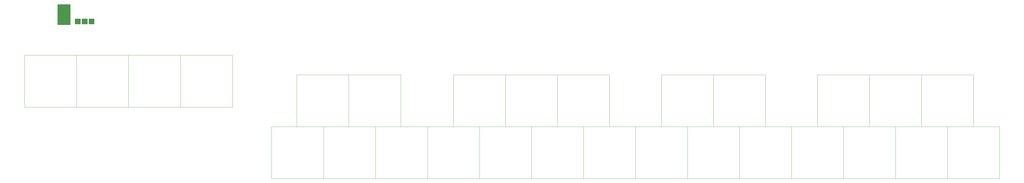
<source format=gbr>
G04 #@! TF.GenerationSoftware,KiCad,Pcbnew,8.0.3*
G04 #@! TF.CreationDate,2024-06-27T13:33:53-07:00*
G04 #@! TF.ProjectId,new midi keyboard,6e657720-6d69-4646-9920-6b6579626f61,rev?*
G04 #@! TF.SameCoordinates,Original*
G04 #@! TF.FileFunction,OtherDrawing,Comment*
%FSLAX46Y46*%
G04 Gerber Fmt 4.6, Leading zero omitted, Abs format (unit mm)*
G04 Created by KiCad (PCBNEW 8.0.3) date 2024-06-27 13:33:53*
%MOMM*%
%LPD*%
G01*
G04 APERTURE LIST*
%ADD10C,0.100000*%
G04 APERTURE END LIST*
D10*
G04 #@! TO.C,SW20*
X340998000Y-106367500D02*
X340998000Y-125417500D01*
X340998000Y-125417500D02*
X360048000Y-125417500D01*
X360048000Y-106367500D02*
X340998000Y-106367500D01*
X360048000Y-125417500D02*
X360048000Y-106367500D01*
G04 #@! TO.C,SW13*
X264798000Y-106367500D02*
X264798000Y-125417500D01*
X264798000Y-125417500D02*
X283848000Y-125417500D01*
X283848000Y-106367500D02*
X264798000Y-106367500D01*
X283848000Y-125417500D02*
X283848000Y-106367500D01*
G04 #@! TO.C,U1*
X57749250Y-68951250D02*
X53049250Y-68951250D01*
X53049250Y-61551250D01*
X57749250Y-61551250D01*
X57749250Y-68951250D01*
G36*
X57749250Y-68951250D02*
G01*
X53049250Y-68951250D01*
X53049250Y-61551250D01*
X57749250Y-61551250D01*
X57749250Y-68951250D01*
G37*
X61449250Y-68751250D02*
X59449250Y-68751250D01*
X59449250Y-66751250D01*
X61449250Y-66751250D01*
X61449250Y-68751250D01*
G36*
X61449250Y-68751250D02*
G01*
X59449250Y-68751250D01*
X59449250Y-66751250D01*
X61449250Y-66751250D01*
X61449250Y-68751250D01*
G37*
X63949250Y-68751250D02*
X61949250Y-68751250D01*
X61949250Y-66751250D01*
X63949250Y-66751250D01*
X63949250Y-68751250D01*
G36*
X63949250Y-68751250D02*
G01*
X61949250Y-68751250D01*
X61949250Y-66751250D01*
X63949250Y-66751250D01*
X63949250Y-68751250D01*
G37*
X66449250Y-68751250D02*
X64449250Y-68751250D01*
X64449250Y-66751250D01*
X66449250Y-66751250D01*
X66449250Y-68751250D01*
G36*
X66449250Y-68751250D02*
G01*
X64449250Y-68751250D01*
X64449250Y-66751250D01*
X66449250Y-66751250D01*
X66449250Y-68751250D01*
G37*
G04 #@! TO.C,SW15*
X283848000Y-106367500D02*
X283848000Y-125417500D01*
X283848000Y-125417500D02*
X302898000Y-125417500D01*
X302898000Y-106367500D02*
X283848000Y-106367500D01*
X302898000Y-125417500D02*
X302898000Y-106367500D01*
G04 #@! TO.C,SW24*
X379098000Y-106367500D02*
X379098000Y-125417500D01*
X379098000Y-125417500D02*
X398148000Y-125417500D01*
X398148000Y-106367500D02*
X379098000Y-106367500D01*
X398148000Y-125417500D02*
X398148000Y-106367500D01*
G04 #@! TO.C,SW1*
X131448000Y-106367500D02*
X131448000Y-125417500D01*
X131448000Y-125417500D02*
X150498000Y-125417500D01*
X150498000Y-106367500D02*
X131448000Y-106367500D01*
X150498000Y-125417500D02*
X150498000Y-106367500D01*
G04 #@! TO.C,SW11*
X217173000Y-87317500D02*
X217173000Y-106367500D01*
X217173000Y-106367500D02*
X236223000Y-106367500D01*
X236223000Y-87317500D02*
X217173000Y-87317500D01*
X236223000Y-106367500D02*
X236223000Y-87317500D01*
G04 #@! TO.C,SW3*
X169548000Y-106367500D02*
X169548000Y-125417500D01*
X169548000Y-125417500D02*
X188598000Y-125417500D01*
X188598000Y-106367500D02*
X169548000Y-106367500D01*
X188598000Y-125417500D02*
X188598000Y-106367500D01*
G04 #@! TO.C,SW18*
X321948000Y-106367500D02*
X321948000Y-125417500D01*
X321948000Y-125417500D02*
X340998000Y-125417500D01*
X340998000Y-106367500D02*
X321948000Y-106367500D01*
X340998000Y-125417500D02*
X340998000Y-106367500D01*
G04 #@! TO.C,SW12*
X236223000Y-87317500D02*
X236223000Y-106367500D01*
X236223000Y-106367500D02*
X255273000Y-106367500D01*
X255273000Y-87317500D02*
X236223000Y-87317500D01*
X255273000Y-106367500D02*
X255273000Y-87317500D01*
G04 #@! TO.C,SW4*
X188598000Y-106367500D02*
X188598000Y-125417500D01*
X188598000Y-125417500D02*
X207648000Y-125417500D01*
X207648000Y-106367500D02*
X188598000Y-106367500D01*
X207648000Y-125417500D02*
X207648000Y-106367500D01*
G04 #@! TO.C,SW19*
X331473000Y-87317500D02*
X331473000Y-106367500D01*
X331473000Y-106367500D02*
X350523000Y-106367500D01*
X350523000Y-87317500D02*
X331473000Y-87317500D01*
X350523000Y-106367500D02*
X350523000Y-87317500D01*
G04 #@! TO.C,SW25*
X40960500Y-80173750D02*
X40960500Y-99223750D01*
X40960500Y-99223750D02*
X60010500Y-99223750D01*
X60010500Y-80173750D02*
X40960500Y-80173750D01*
X60010500Y-99223750D02*
X60010500Y-80173750D01*
G04 #@! TO.C,SW21*
X350523000Y-87317500D02*
X350523000Y-106367500D01*
X350523000Y-106367500D02*
X369573000Y-106367500D01*
X369573000Y-87317500D02*
X350523000Y-87317500D01*
X369573000Y-106367500D02*
X369573000Y-87317500D01*
G04 #@! TO.C,SW7*
X245748000Y-106367500D02*
X245748000Y-125417500D01*
X245748000Y-125417500D02*
X264798000Y-125417500D01*
X264798000Y-106367500D02*
X245748000Y-106367500D01*
X264798000Y-125417500D02*
X264798000Y-106367500D01*
G04 #@! TO.C,SW14*
X274323000Y-87317500D02*
X274323000Y-106367500D01*
X274323000Y-106367500D02*
X293373000Y-106367500D01*
X293373000Y-87317500D02*
X274323000Y-87317500D01*
X293373000Y-106367500D02*
X293373000Y-87317500D01*
G04 #@! TO.C,SW16*
X293373000Y-87317500D02*
X293373000Y-106367500D01*
X293373000Y-106367500D02*
X312423000Y-106367500D01*
X312423000Y-87317500D02*
X293373000Y-87317500D01*
X312423000Y-106367500D02*
X312423000Y-87317500D01*
G04 #@! TO.C,SW5*
X207648000Y-106367500D02*
X207648000Y-125417500D01*
X207648000Y-125417500D02*
X226698000Y-125417500D01*
X226698000Y-106367500D02*
X207648000Y-106367500D01*
X226698000Y-125417500D02*
X226698000Y-106367500D01*
G04 #@! TO.C,SW26*
X60010500Y-80173750D02*
X60010500Y-99223750D01*
X60010500Y-99223750D02*
X79060500Y-99223750D01*
X79060500Y-80173750D02*
X60010500Y-80173750D01*
X79060500Y-99223750D02*
X79060500Y-80173750D01*
G04 #@! TO.C,SW10*
X198123000Y-87317500D02*
X198123000Y-106367500D01*
X198123000Y-106367500D02*
X217173000Y-106367500D01*
X217173000Y-87317500D02*
X198123000Y-87317500D01*
X217173000Y-106367500D02*
X217173000Y-87317500D01*
G04 #@! TO.C,SW22*
X360048000Y-106367500D02*
X360048000Y-125417500D01*
X360048000Y-125417500D02*
X379098000Y-125417500D01*
X379098000Y-106367500D02*
X360048000Y-106367500D01*
X379098000Y-125417500D02*
X379098000Y-106367500D01*
G04 #@! TO.C,SW9*
X159705500Y-87317500D02*
X159705500Y-106367500D01*
X159705500Y-106367500D02*
X178755500Y-106367500D01*
X178755500Y-87317500D02*
X159705500Y-87317500D01*
X178755500Y-106367500D02*
X178755500Y-87317500D01*
G04 #@! TO.C,SW2*
X150498000Y-106367500D02*
X150498000Y-125417500D01*
X150498000Y-125417500D02*
X169548000Y-125417500D01*
X169548000Y-106367500D02*
X150498000Y-106367500D01*
X169548000Y-125417500D02*
X169548000Y-106367500D01*
G04 #@! TO.C,SW28*
X98110500Y-80173750D02*
X98110500Y-99223750D01*
X98110500Y-99223750D02*
X117160500Y-99223750D01*
X117160500Y-80173750D02*
X98110500Y-80173750D01*
X117160500Y-99223750D02*
X117160500Y-80173750D01*
G04 #@! TO.C,SW27*
X79060500Y-80173750D02*
X79060500Y-99223750D01*
X79060500Y-99223750D02*
X98110500Y-99223750D01*
X98110500Y-80173750D02*
X79060500Y-80173750D01*
X98110500Y-99223750D02*
X98110500Y-80173750D01*
G04 #@! TO.C,SW8*
X140655500Y-87317500D02*
X140655500Y-106367500D01*
X140655500Y-106367500D02*
X159705500Y-106367500D01*
X159705500Y-87317500D02*
X140655500Y-87317500D01*
X159705500Y-106367500D02*
X159705500Y-87317500D01*
G04 #@! TO.C,SW23*
X369573000Y-87317500D02*
X369573000Y-106367500D01*
X369573000Y-106367500D02*
X388623000Y-106367500D01*
X388623000Y-87317500D02*
X369573000Y-87317500D01*
X388623000Y-106367500D02*
X388623000Y-87317500D01*
G04 #@! TO.C,SW17*
X302898000Y-106367500D02*
X302898000Y-125417500D01*
X302898000Y-125417500D02*
X321948000Y-125417500D01*
X321948000Y-106367500D02*
X302898000Y-106367500D01*
X321948000Y-125417500D02*
X321948000Y-106367500D01*
G04 #@! TO.C,SW6*
X226698000Y-106367500D02*
X226698000Y-125417500D01*
X226698000Y-125417500D02*
X245748000Y-125417500D01*
X245748000Y-106367500D02*
X226698000Y-106367500D01*
X245748000Y-125417500D02*
X245748000Y-106367500D01*
G04 #@! TD*
M02*

</source>
